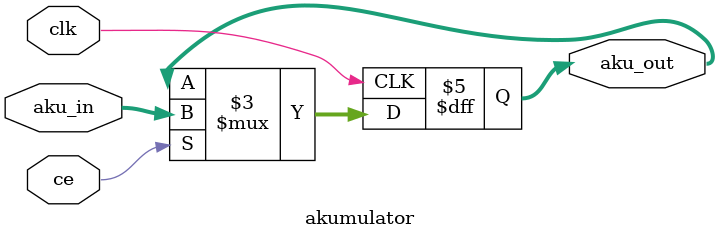
<source format=v>
module akumulator(
input [7:0] aku_in,
input clk,
input ce,
output reg [7:0] aku_out
);

always @(negedge clk)
begin
	if(ce)
	begin
		aku_out <= aku_in;
	end
	else
	begin
		aku_out <= aku_out;
	end
end

endmodule
</source>
